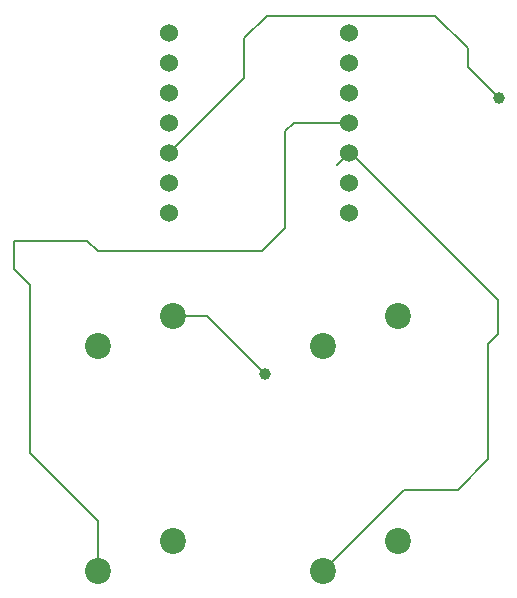
<source format=gbr>
%TF.GenerationSoftware,KiCad,Pcbnew,8.0.7*%
%TF.CreationDate,2025-05-21T00:02:28-04:00*%
%TF.ProjectId,macropad,6d616372-6f70-4616-942e-6b696361645f,rev?*%
%TF.SameCoordinates,Original*%
%TF.FileFunction,Copper,L2,Bot*%
%TF.FilePolarity,Positive*%
%FSLAX46Y46*%
G04 Gerber Fmt 4.6, Leading zero omitted, Abs format (unit mm)*
G04 Created by KiCad (PCBNEW 8.0.7) date 2025-05-21 00:02:28*
%MOMM*%
%LPD*%
G01*
G04 APERTURE LIST*
%TA.AperFunction,ComponentPad*%
%ADD10C,1.524000*%
%TD*%
%TA.AperFunction,ComponentPad*%
%ADD11C,2.200000*%
%TD*%
%TA.AperFunction,ViaPad*%
%ADD12C,1.000000*%
%TD*%
%TA.AperFunction,Conductor*%
%ADD13C,0.200000*%
%TD*%
G04 APERTURE END LIST*
D10*
%TO.P,U1,1,GPIO26/ADC0/A0*%
%TO.N,unconnected-(U1-GPIO26{slash}ADC0{slash}A0-Pad1)*%
X191782500Y-99078750D03*
%TO.P,U1,2,GPIO27/ADC1/A1*%
%TO.N,unconnected-(U1-GPIO27{slash}ADC1{slash}A1-Pad2)*%
X191782500Y-101618750D03*
%TO.P,U1,3,GPIO28/ADC2/A2*%
%TO.N,unconnected-(U1-GPIO28{slash}ADC2{slash}A2-Pad3)*%
X191782500Y-104158750D03*
%TO.P,U1,4,GPIO29/ADC3/A3*%
%TO.N,unconnected-(U1-GPIO29{slash}ADC3{slash}A3-Pad4)*%
X191782500Y-106698750D03*
%TO.P,U1,5,GPIO6/SDA*%
%TO.N,Net-(D1-DIN)*%
X191782500Y-109238750D03*
%TO.P,U1,6,GPIO7/SCL*%
%TO.N,unconnected-(U1-GPIO7{slash}SCL-Pad6)*%
X191782500Y-111778750D03*
%TO.P,U1,7,GPIO0/TX*%
%TO.N,unconnected-(U1-GPIO0{slash}TX-Pad7)*%
X191782500Y-114318750D03*
%TO.P,U1,8,GPIO1/RX*%
%TO.N,Net-(U1-GPIO1{slash}RX)*%
X207022500Y-114318750D03*
%TO.P,U1,9,GPIO2/SCK*%
%TO.N,Net-(U1-GPIO2{slash}SCK)*%
X207022500Y-111778750D03*
%TO.P,U1,10,GPIO4/MISO*%
%TO.N,Net-(U1-GPIO4{slash}MISO)*%
X207022500Y-109238750D03*
%TO.P,U1,11,GPIO3/MOSI*%
%TO.N,Net-(U1-GPIO3{slash}MOSI)*%
X207022500Y-106698750D03*
%TO.P,U1,12,3V3*%
%TO.N,unconnected-(U1-3V3-Pad12)*%
X207022500Y-104158750D03*
%TO.P,U1,13,GND*%
%TO.N,unconnected-(U1-GND-Pad13)*%
X207022500Y-101618750D03*
%TO.P,U1,14,VBUS*%
%TO.N,unconnected-(U1-VBUS-Pad14)*%
X207022500Y-99078750D03*
%TD*%
D11*
%TO.P,SW4,1,1*%
%TO.N,GND*%
X192100000Y-142100000D03*
%TO.P,SW4,2,2*%
%TO.N,Net-(U1-GPIO3{slash}MOSI)*%
X185750000Y-144640000D03*
%TD*%
%TO.P,SW3,1,1*%
%TO.N,GND*%
X211150000Y-142100000D03*
%TO.P,SW3,2,2*%
%TO.N,Net-(U1-GPIO4{slash}MISO)*%
X204800000Y-144640000D03*
%TD*%
%TO.P,SW2,1,1*%
%TO.N,GND*%
X211150000Y-123050000D03*
%TO.P,SW2,2,2*%
%TO.N,Net-(U1-GPIO2{slash}SCK)*%
X204800000Y-125590000D03*
%TD*%
%TO.P,SW1,1,1*%
%TO.N,GND*%
X192100000Y-123050000D03*
%TO.P,SW1,2,2*%
%TO.N,Net-(U1-GPIO1{slash}RX)*%
X185750000Y-125590000D03*
%TD*%
D12*
%TO.N,GND*%
X199900000Y-128000000D03*
%TO.N,Net-(D1-DIN)*%
X219700000Y-104600000D03*
%TD*%
D13*
%TO.N,GND*%
X194950000Y-123050000D02*
X199900000Y-128000000D01*
X192100000Y-123050000D02*
X194950000Y-123050000D01*
%TO.N,Net-(D1-DIN)*%
X191782500Y-109238750D02*
X198135625Y-102885625D01*
X200025000Y-97631250D02*
X214312500Y-97631250D01*
X217093750Y-101993750D02*
X219700000Y-104600000D01*
X198135625Y-99520625D02*
X200025000Y-97631250D01*
X214312500Y-97631250D02*
X217093750Y-100412500D01*
X198135625Y-102885625D02*
X198135625Y-99520625D01*
X217093750Y-100412500D02*
X217093750Y-101993750D01*
%TO.N,Net-(U1-GPIO4{slash}MISO)*%
X204800000Y-144640000D02*
X211629375Y-137810625D01*
X218800000Y-135200000D02*
X218800000Y-125400000D01*
X216189375Y-137810625D02*
X218800000Y-135200000D01*
X207022500Y-109238750D02*
X205944949Y-110316301D01*
X219600000Y-124600000D02*
X219600000Y-121700000D01*
X219600000Y-121700000D02*
X207600000Y-109700000D01*
X211629375Y-137810625D02*
X216189375Y-137810625D01*
X218800000Y-125400000D02*
X219600000Y-124600000D01*
%TO.N,Net-(U1-GPIO3{slash}MOSI)*%
X185737500Y-117600000D02*
X199600000Y-117600000D01*
X199600000Y-117600000D02*
X201600000Y-115600000D01*
X185750000Y-144640000D02*
X185750000Y-140450000D01*
X180000000Y-120468750D02*
X178593750Y-119062500D01*
X184818750Y-116681250D02*
X185737500Y-117600000D01*
X180000000Y-134700000D02*
X180000000Y-120468750D01*
X201600000Y-107400000D02*
X202301250Y-106698750D01*
X178593750Y-119062500D02*
X178593750Y-116681250D01*
X201600000Y-115600000D02*
X201600000Y-107400000D01*
X202301250Y-106698750D02*
X207022500Y-106698750D01*
X178593750Y-116681250D02*
X184818750Y-116681250D01*
X185750000Y-140450000D02*
X180000000Y-134700000D01*
%TD*%
M02*

</source>
